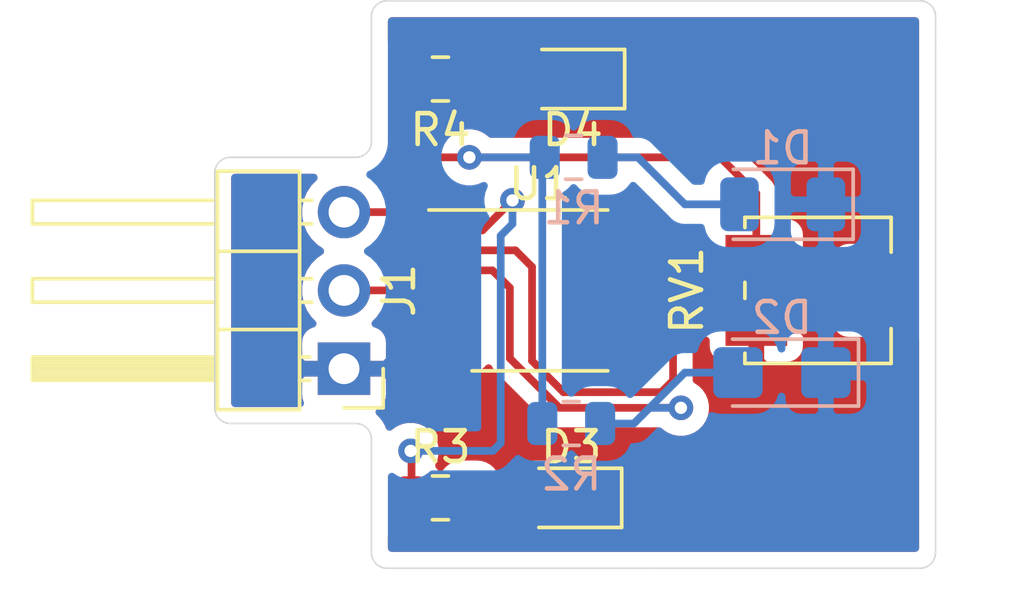
<source format=kicad_pcb>
(kicad_pcb (version 20171130) (host pcbnew "(5.1.6)-1")

  (general
    (thickness 1.6)
    (drawings 36)
    (tracks 56)
    (zones 0)
    (modules 11)
    (nets 9)
  )

  (page A4)
  (layers
    (0 F.Cu signal)
    (31 B.Cu signal)
    (32 B.Adhes user)
    (33 F.Adhes user)
    (34 B.Paste user)
    (35 F.Paste user)
    (36 B.SilkS user)
    (37 F.SilkS user)
    (38 B.Mask user)
    (39 F.Mask user)
    (40 Dwgs.User user hide)
    (41 Cmts.User user)
    (42 Eco1.User user)
    (43 Eco2.User user)
    (44 Edge.Cuts user)
    (45 Margin user)
    (46 B.CrtYd user)
    (47 F.CrtYd user)
    (48 B.Fab user)
    (49 F.Fab user)
  )

  (setup
    (last_trace_width 0.25)
    (trace_clearance 0.2)
    (zone_clearance 0.508)
    (zone_45_only no)
    (trace_min 0.2)
    (via_size 0.8)
    (via_drill 0.4)
    (via_min_size 0.4)
    (via_min_drill 0.3)
    (uvia_size 0.3)
    (uvia_drill 0.1)
    (uvias_allowed no)
    (uvia_min_size 0.2)
    (uvia_min_drill 0.1)
    (edge_width 0.05)
    (segment_width 0.2)
    (pcb_text_width 0.3)
    (pcb_text_size 1.5 1.5)
    (mod_edge_width 0.12)
    (mod_text_size 1 1)
    (mod_text_width 0.15)
    (pad_size 1.524 1.524)
    (pad_drill 0.762)
    (pad_to_mask_clearance 0.05)
    (aux_axis_origin 0 0)
    (visible_elements 7FFFFFFF)
    (pcbplotparams
      (layerselection 0x010fc_ffffffff)
      (usegerberextensions false)
      (usegerberattributes true)
      (usegerberadvancedattributes true)
      (creategerberjobfile true)
      (excludeedgelayer true)
      (linewidth 0.100000)
      (plotframeref false)
      (viasonmask false)
      (mode 1)
      (useauxorigin false)
      (hpglpennumber 1)
      (hpglpenspeed 20)
      (hpglpendiameter 15.000000)
      (psnegative false)
      (psa4output false)
      (plotreference true)
      (plotvalue true)
      (plotinvisibletext false)
      (padsonsilk false)
      (subtractmaskfromsilk false)
      (outputformat 1)
      (mirror false)
      (drillshape 1)
      (scaleselection 1)
      (outputdirectory ""))
  )

  (net 0 "")
  (net 1 GND)
  (net 2 "Net-(D1-Pad2)")
  (net 3 "Net-(D2-Pad2)")
  (net 4 "Net-(D3-Pad2)")
  (net 5 "Net-(D4-Pad2)")
  (net 6 /OUTPUT)
  (net 7 VCC)
  (net 8 "Net-(RV1-Pad2)")

  (net_class Default "This is the default net class."
    (clearance 0.2)
    (trace_width 0.25)
    (via_dia 0.8)
    (via_drill 0.4)
    (uvia_dia 0.3)
    (uvia_drill 0.1)
    (add_net /OUTPUT)
    (add_net GND)
    (add_net "Net-(D1-Pad2)")
    (add_net "Net-(D2-Pad2)")
    (add_net "Net-(D3-Pad2)")
    (add_net "Net-(D4-Pad2)")
    (add_net "Net-(RV1-Pad2)")
    (add_net VCC)
  )

  (module LED_SMD:LED_1206_3216Metric (layer B.Cu) (tedit 5B301BBE) (tstamp 5FFA915C)
    (at 134.363 77.597 180)
    (descr "LED SMD 1206 (3216 Metric), square (rectangular) end terminal, IPC_7351 nominal, (Body size source: http://www.tortai-tech.com/upload/download/2011102023233369053.pdf), generated with kicad-footprint-generator")
    (tags diode)
    (path /5FF3FBB9)
    (attr smd)
    (fp_text reference D1 (at 0 1.82) (layer B.SilkS)
      (effects (font (size 1 1) (thickness 0.15)) (justify mirror))
    )
    (fp_text value IR26-21C_L110_TR8 (at 0 -1.82) (layer B.Fab)
      (effects (font (size 1 1) (thickness 0.15)) (justify mirror))
    )
    (fp_line (start 1.6 0.8) (end -1.2 0.8) (layer B.Fab) (width 0.1))
    (fp_line (start -1.2 0.8) (end -1.6 0.4) (layer B.Fab) (width 0.1))
    (fp_line (start -1.6 0.4) (end -1.6 -0.8) (layer B.Fab) (width 0.1))
    (fp_line (start -1.6 -0.8) (end 1.6 -0.8) (layer B.Fab) (width 0.1))
    (fp_line (start 1.6 -0.8) (end 1.6 0.8) (layer B.Fab) (width 0.1))
    (fp_line (start 1.6 1.135) (end -2.285 1.135) (layer B.SilkS) (width 0.12))
    (fp_line (start -2.285 1.135) (end -2.285 -1.135) (layer B.SilkS) (width 0.12))
    (fp_line (start -2.285 -1.135) (end 1.6 -1.135) (layer B.SilkS) (width 0.12))
    (fp_line (start -2.28 -1.12) (end -2.28 1.12) (layer B.CrtYd) (width 0.05))
    (fp_line (start -2.28 1.12) (end 2.28 1.12) (layer B.CrtYd) (width 0.05))
    (fp_line (start 2.28 1.12) (end 2.28 -1.12) (layer B.CrtYd) (width 0.05))
    (fp_line (start 2.28 -1.12) (end -2.28 -1.12) (layer B.CrtYd) (width 0.05))
    (fp_text user %R (at 0 0) (layer B.Fab)
      (effects (font (size 0.8 0.8) (thickness 0.12)) (justify mirror))
    )
    (pad 1 smd roundrect (at -1.4 0 180) (size 1.25 1.75) (layers B.Cu B.Paste B.Mask) (roundrect_rratio 0.2)
      (net 1 GND))
    (pad 2 smd roundrect (at 1.4 0 180) (size 1.25 1.75) (layers B.Cu B.Paste B.Mask) (roundrect_rratio 0.2)
      (net 2 "Net-(D1-Pad2)"))
    (model ${KISYS3DMOD}/LED_SMD.3dshapes/LED_1206_3216Metric.wrl
      (at (xyz 0 0 0))
      (scale (xyz 1 1 1))
      (rotate (xyz 0 0 0))
    )
  )

  (module LED_SMD:LED_1206_3216Metric_Castellated (layer B.Cu) (tedit 5B301BBE) (tstamp 5FFA99A0)
    (at 134.338 83.058 180)
    (descr "LED SMD 1206 (3216 Metric), castellated end terminal, IPC_7351 nominal, (Body size source: http://www.tortai-tech.com/upload/download/2011102023233369053.pdf), generated with kicad-footprint-generator")
    (tags "LED castellated")
    (path /5FF3F560)
    (attr smd)
    (fp_text reference D2 (at 0 1.78) (layer B.SilkS)
      (effects (font (size 1 1) (thickness 0.15)) (justify mirror))
    )
    (fp_text value SFH2701 (at 0 -1.78) (layer B.Fab)
      (effects (font (size 1 1) (thickness 0.15)) (justify mirror))
    )
    (fp_line (start 1.6 0.8) (end -1.2 0.8) (layer B.Fab) (width 0.1))
    (fp_line (start -1.2 0.8) (end -1.6 0.4) (layer B.Fab) (width 0.1))
    (fp_line (start -1.6 0.4) (end -1.6 -0.8) (layer B.Fab) (width 0.1))
    (fp_line (start -1.6 -0.8) (end 1.6 -0.8) (layer B.Fab) (width 0.1))
    (fp_line (start 1.6 -0.8) (end 1.6 0.8) (layer B.Fab) (width 0.1))
    (fp_line (start 1.6 1.085) (end -2.485 1.085) (layer B.SilkS) (width 0.12))
    (fp_line (start -2.485 1.085) (end -2.485 -1.085) (layer B.SilkS) (width 0.12))
    (fp_line (start -2.485 -1.085) (end 1.6 -1.085) (layer B.SilkS) (width 0.12))
    (fp_line (start -2.48 -1.08) (end -2.48 1.08) (layer B.CrtYd) (width 0.05))
    (fp_line (start -2.48 1.08) (end 2.48 1.08) (layer B.CrtYd) (width 0.05))
    (fp_line (start 2.48 1.08) (end 2.48 -1.08) (layer B.CrtYd) (width 0.05))
    (fp_line (start 2.48 -1.08) (end -2.48 -1.08) (layer B.CrtYd) (width 0.05))
    (fp_text user %R (at 0 0) (layer B.Fab)
      (effects (font (size 0.8 0.8) (thickness 0.12)) (justify mirror))
    )
    (pad 1 smd roundrect (at -1.425 0 180) (size 1.6 1.65) (layers B.Cu B.Paste B.Mask) (roundrect_rratio 0.15625)
      (net 1 GND))
    (pad 2 smd roundrect (at 1.425 0 180) (size 1.6 1.65) (layers B.Cu B.Paste B.Mask) (roundrect_rratio 0.15625)
      (net 3 "Net-(D2-Pad2)"))
    (model ${KISYS3DMOD}/LED_SMD.3dshapes/LED_1206_3216Metric_Castellated.wrl
      (at (xyz 0 0 0))
      (scale (xyz 1 1 1))
      (rotate (xyz 0 0 0))
    )
  )

  (module LED_SMD:LED_0805_2012Metric (layer F.Cu) (tedit 5B36C52C) (tstamp 5FFA84BC)
    (at 127.4595 87.122 180)
    (descr "LED SMD 0805 (2012 Metric), square (rectangular) end terminal, IPC_7351 nominal, (Body size source: https://docs.google.com/spreadsheets/d/1BsfQQcO9C6DZCsRaXUlFlo91Tg2WpOkGARC1WS5S8t0/edit?usp=sharing), generated with kicad-footprint-generator")
    (tags diode)
    (path /5FF5A201)
    (attr smd)
    (fp_text reference D3 (at -0.0485 1.651) (layer F.SilkS)
      (effects (font (size 1 1) (thickness 0.15)))
    )
    (fp_text value LED (at -0.1755 -1.651) (layer F.Fab)
      (effects (font (size 1 1) (thickness 0.15)))
    )
    (fp_line (start 1.68 0.95) (end -1.68 0.95) (layer F.CrtYd) (width 0.05))
    (fp_line (start 1.68 -0.95) (end 1.68 0.95) (layer F.CrtYd) (width 0.05))
    (fp_line (start -1.68 -0.95) (end 1.68 -0.95) (layer F.CrtYd) (width 0.05))
    (fp_line (start -1.68 0.95) (end -1.68 -0.95) (layer F.CrtYd) (width 0.05))
    (fp_line (start -1.685 0.96) (end 1 0.96) (layer F.SilkS) (width 0.12))
    (fp_line (start -1.685 -0.96) (end -1.685 0.96) (layer F.SilkS) (width 0.12))
    (fp_line (start 1 -0.96) (end -1.685 -0.96) (layer F.SilkS) (width 0.12))
    (fp_line (start 1 0.6) (end 1 -0.6) (layer F.Fab) (width 0.1))
    (fp_line (start -1 0.6) (end 1 0.6) (layer F.Fab) (width 0.1))
    (fp_line (start -1 -0.3) (end -1 0.6) (layer F.Fab) (width 0.1))
    (fp_line (start -0.7 -0.6) (end -1 -0.3) (layer F.Fab) (width 0.1))
    (fp_line (start 1 -0.6) (end -0.7 -0.6) (layer F.Fab) (width 0.1))
    (fp_text user %R (at 0 0) (layer F.Fab)
      (effects (font (size 0.5 0.5) (thickness 0.08)))
    )
    (pad 2 smd roundrect (at 0.9375 0 180) (size 0.975 1.4) (layers F.Cu F.Paste F.Mask) (roundrect_rratio 0.25)
      (net 4 "Net-(D3-Pad2)"))
    (pad 1 smd roundrect (at -0.9375 0 180) (size 0.975 1.4) (layers F.Cu F.Paste F.Mask) (roundrect_rratio 0.25)
      (net 1 GND))
    (model ${KISYS3DMOD}/LED_SMD.3dshapes/LED_0805_2012Metric.wrl
      (at (xyz 0 0 0))
      (scale (xyz 1 1 1))
      (rotate (xyz 0 0 0))
    )
  )

  (module LED_SMD:LED_0805_2012Metric (layer F.Cu) (tedit 5B36C52C) (tstamp 5FFA84CF)
    (at 127.5565 73.533 180)
    (descr "LED SMD 0805 (2012 Metric), square (rectangular) end terminal, IPC_7351 nominal, (Body size source: https://docs.google.com/spreadsheets/d/1BsfQQcO9C6DZCsRaXUlFlo91Tg2WpOkGARC1WS5S8t0/edit?usp=sharing), generated with kicad-footprint-generator")
    (tags diode)
    (path /5FF3B6D8)
    (attr smd)
    (fp_text reference D4 (at 0 -1.65) (layer F.SilkS)
      (effects (font (size 1 1) (thickness 0.15)))
    )
    (fp_text value LED (at 0 1.65) (layer F.Fab)
      (effects (font (size 1 1) (thickness 0.15)))
    )
    (fp_line (start 1 -0.6) (end -0.7 -0.6) (layer F.Fab) (width 0.1))
    (fp_line (start -0.7 -0.6) (end -1 -0.3) (layer F.Fab) (width 0.1))
    (fp_line (start -1 -0.3) (end -1 0.6) (layer F.Fab) (width 0.1))
    (fp_line (start -1 0.6) (end 1 0.6) (layer F.Fab) (width 0.1))
    (fp_line (start 1 0.6) (end 1 -0.6) (layer F.Fab) (width 0.1))
    (fp_line (start 1 -0.96) (end -1.685 -0.96) (layer F.SilkS) (width 0.12))
    (fp_line (start -1.685 -0.96) (end -1.685 0.96) (layer F.SilkS) (width 0.12))
    (fp_line (start -1.685 0.96) (end 1 0.96) (layer F.SilkS) (width 0.12))
    (fp_line (start -1.68 0.95) (end -1.68 -0.95) (layer F.CrtYd) (width 0.05))
    (fp_line (start -1.68 -0.95) (end 1.68 -0.95) (layer F.CrtYd) (width 0.05))
    (fp_line (start 1.68 -0.95) (end 1.68 0.95) (layer F.CrtYd) (width 0.05))
    (fp_line (start 1.68 0.95) (end -1.68 0.95) (layer F.CrtYd) (width 0.05))
    (fp_text user %R (at 0 0) (layer F.Fab)
      (effects (font (size 0.5 0.5) (thickness 0.08)))
    )
    (pad 1 smd roundrect (at -0.9375 0 180) (size 0.975 1.4) (layers F.Cu F.Paste F.Mask) (roundrect_rratio 0.25)
      (net 1 GND))
    (pad 2 smd roundrect (at 0.9375 0 180) (size 0.975 1.4) (layers F.Cu F.Paste F.Mask) (roundrect_rratio 0.25)
      (net 5 "Net-(D4-Pad2)"))
    (model ${KISYS3DMOD}/LED_SMD.3dshapes/LED_0805_2012Metric.wrl
      (at (xyz 0 0 0))
      (scale (xyz 1 1 1))
      (rotate (xyz 0 0 0))
    )
  )

  (module Connector_PinHeader_2.54mm:PinHeader_1x03_P2.54mm_Horizontal locked (layer F.Cu) (tedit 59FED5CB) (tstamp 5FFA850F)
    (at 120.142 82.931 180)
    (descr "Through hole angled pin header, 1x03, 2.54mm pitch, 6mm pin length, single row")
    (tags "Through hole angled pin header THT 1x03 2.54mm single row")
    (path /5FF3E8C4)
    (fp_text reference J1 (at -1.778 2.54 90) (layer F.SilkS)
      (effects (font (size 1 1) (thickness 0.15)))
    )
    (fp_text value Conn_01x03_Male (at 4.385 7.35) (layer F.Fab)
      (effects (font (size 1 1) (thickness 0.15)))
    )
    (fp_line (start 2.135 -1.27) (end 4.04 -1.27) (layer F.Fab) (width 0.1))
    (fp_line (start 4.04 -1.27) (end 4.04 6.35) (layer F.Fab) (width 0.1))
    (fp_line (start 4.04 6.35) (end 1.5 6.35) (layer F.Fab) (width 0.1))
    (fp_line (start 1.5 6.35) (end 1.5 -0.635) (layer F.Fab) (width 0.1))
    (fp_line (start 1.5 -0.635) (end 2.135 -1.27) (layer F.Fab) (width 0.1))
    (fp_line (start -0.32 -0.32) (end 1.5 -0.32) (layer F.Fab) (width 0.1))
    (fp_line (start -0.32 -0.32) (end -0.32 0.32) (layer F.Fab) (width 0.1))
    (fp_line (start -0.32 0.32) (end 1.5 0.32) (layer F.Fab) (width 0.1))
    (fp_line (start 4.04 -0.32) (end 10.04 -0.32) (layer F.Fab) (width 0.1))
    (fp_line (start 10.04 -0.32) (end 10.04 0.32) (layer F.Fab) (width 0.1))
    (fp_line (start 4.04 0.32) (end 10.04 0.32) (layer F.Fab) (width 0.1))
    (fp_line (start -0.32 2.22) (end 1.5 2.22) (layer F.Fab) (width 0.1))
    (fp_line (start -0.32 2.22) (end -0.32 2.86) (layer F.Fab) (width 0.1))
    (fp_line (start -0.32 2.86) (end 1.5 2.86) (layer F.Fab) (width 0.1))
    (fp_line (start 4.04 2.22) (end 10.04 2.22) (layer F.Fab) (width 0.1))
    (fp_line (start 10.04 2.22) (end 10.04 2.86) (layer F.Fab) (width 0.1))
    (fp_line (start 4.04 2.86) (end 10.04 2.86) (layer F.Fab) (width 0.1))
    (fp_line (start -0.32 4.76) (end 1.5 4.76) (layer F.Fab) (width 0.1))
    (fp_line (start -0.32 4.76) (end -0.32 5.4) (layer F.Fab) (width 0.1))
    (fp_line (start -0.32 5.4) (end 1.5 5.4) (layer F.Fab) (width 0.1))
    (fp_line (start 4.04 4.76) (end 10.04 4.76) (layer F.Fab) (width 0.1))
    (fp_line (start 10.04 4.76) (end 10.04 5.4) (layer F.Fab) (width 0.1))
    (fp_line (start 4.04 5.4) (end 10.04 5.4) (layer F.Fab) (width 0.1))
    (fp_line (start 1.44 -1.33) (end 1.44 6.41) (layer F.SilkS) (width 0.12))
    (fp_line (start 1.44 6.41) (end 4.1 6.41) (layer F.SilkS) (width 0.12))
    (fp_line (start 4.1 6.41) (end 4.1 -1.33) (layer F.SilkS) (width 0.12))
    (fp_line (start 4.1 -1.33) (end 1.44 -1.33) (layer F.SilkS) (width 0.12))
    (fp_line (start 4.1 -0.38) (end 10.1 -0.38) (layer F.SilkS) (width 0.12))
    (fp_line (start 10.1 -0.38) (end 10.1 0.38) (layer F.SilkS) (width 0.12))
    (fp_line (start 10.1 0.38) (end 4.1 0.38) (layer F.SilkS) (width 0.12))
    (fp_line (start 4.1 -0.32) (end 10.1 -0.32) (layer F.SilkS) (width 0.12))
    (fp_line (start 4.1 -0.2) (end 10.1 -0.2) (layer F.SilkS) (width 0.12))
    (fp_line (start 4.1 -0.08) (end 10.1 -0.08) (layer F.SilkS) (width 0.12))
    (fp_line (start 4.1 0.04) (end 10.1 0.04) (layer F.SilkS) (width 0.12))
    (fp_line (start 4.1 0.16) (end 10.1 0.16) (layer F.SilkS) (width 0.12))
    (fp_line (start 4.1 0.28) (end 10.1 0.28) (layer F.SilkS) (width 0.12))
    (fp_line (start 1.11 -0.38) (end 1.44 -0.38) (layer F.SilkS) (width 0.12))
    (fp_line (start 1.11 0.38) (end 1.44 0.38) (layer F.SilkS) (width 0.12))
    (fp_line (start 1.44 1.27) (end 4.1 1.27) (layer F.SilkS) (width 0.12))
    (fp_line (start 4.1 2.16) (end 10.1 2.16) (layer F.SilkS) (width 0.12))
    (fp_line (start 10.1 2.16) (end 10.1 2.92) (layer F.SilkS) (width 0.12))
    (fp_line (start 10.1 2.92) (end 4.1 2.92) (layer F.SilkS) (width 0.12))
    (fp_line (start 1.042929 2.16) (end 1.44 2.16) (layer F.SilkS) (width 0.12))
    (fp_line (start 1.042929 2.92) (end 1.44 2.92) (layer F.SilkS) (width 0.12))
    (fp_line (start 1.44 3.81) (end 4.1 3.81) (layer F.SilkS) (width 0.12))
    (fp_line (start 4.1 4.7) (end 10.1 4.7) (layer F.SilkS) (width 0.12))
    (fp_line (start 10.1 4.7) (end 10.1 5.46) (layer F.SilkS) (width 0.12))
    (fp_line (start 10.1 5.46) (end 4.1 5.46) (layer F.SilkS) (width 0.12))
    (fp_line (start 1.042929 4.7) (end 1.44 4.7) (layer F.SilkS) (width 0.12))
    (fp_line (start 1.042929 5.46) (end 1.44 5.46) (layer F.SilkS) (width 0.12))
    (fp_line (start -1.27 0) (end -1.27 -1.27) (layer F.SilkS) (width 0.12))
    (fp_line (start -1.27 -1.27) (end 0 -1.27) (layer F.SilkS) (width 0.12))
    (fp_line (start -1.8 -1.8) (end -1.8 6.85) (layer F.CrtYd) (width 0.05))
    (fp_line (start -1.8 6.85) (end 10.55 6.85) (layer F.CrtYd) (width 0.05))
    (fp_line (start 10.55 6.85) (end 10.55 -1.8) (layer F.CrtYd) (width 0.05))
    (fp_line (start 10.55 -1.8) (end -1.8 -1.8) (layer F.CrtYd) (width 0.05))
    (fp_text user %R (at 2.77 2.54) (layer F.Fab)
      (effects (font (size 1 1) (thickness 0.15)))
    )
    (pad 1 thru_hole rect (at 0 0 180) (size 1.7 1.7) (drill 1) (layers *.Cu *.Mask)
      (net 1 GND))
    (pad 2 thru_hole oval (at 0 2.54 180) (size 1.7 1.7) (drill 1) (layers *.Cu *.Mask)
      (net 6 /OUTPUT))
    (pad 3 thru_hole oval (at 0 5.08 180) (size 1.7 1.7) (drill 1) (layers *.Cu *.Mask)
      (net 7 VCC))
    (model ${KISYS3DMOD}/Connector_PinHeader_2.54mm.3dshapes/PinHeader_1x03_P2.54mm_Horizontal.wrl
      (at (xyz 0 0 0))
      (scale (xyz 1 1 1))
      (rotate (xyz 0 0 0))
    )
  )

  (module Resistor_SMD:R_0805_2012Metric (layer B.Cu) (tedit 5B36C52B) (tstamp 5FFA8520)
    (at 127.5865 76.073)
    (descr "Resistor SMD 0805 (2012 Metric), square (rectangular) end terminal, IPC_7351 nominal, (Body size source: https://docs.google.com/spreadsheets/d/1BsfQQcO9C6DZCsRaXUlFlo91Tg2WpOkGARC1WS5S8t0/edit?usp=sharing), generated with kicad-footprint-generator")
    (tags resistor)
    (path /5FF3D0BB)
    (attr smd)
    (fp_text reference R1 (at 0 1.65) (layer B.SilkS)
      (effects (font (size 1 1) (thickness 0.15)) (justify mirror))
    )
    (fp_text value R (at 0 -1.65) (layer B.Fab)
      (effects (font (size 1 1) (thickness 0.15)) (justify mirror))
    )
    (fp_line (start -1 -0.6) (end -1 0.6) (layer B.Fab) (width 0.1))
    (fp_line (start -1 0.6) (end 1 0.6) (layer B.Fab) (width 0.1))
    (fp_line (start 1 0.6) (end 1 -0.6) (layer B.Fab) (width 0.1))
    (fp_line (start 1 -0.6) (end -1 -0.6) (layer B.Fab) (width 0.1))
    (fp_line (start -0.258578 0.71) (end 0.258578 0.71) (layer B.SilkS) (width 0.12))
    (fp_line (start -0.258578 -0.71) (end 0.258578 -0.71) (layer B.SilkS) (width 0.12))
    (fp_line (start -1.68 -0.95) (end -1.68 0.95) (layer B.CrtYd) (width 0.05))
    (fp_line (start -1.68 0.95) (end 1.68 0.95) (layer B.CrtYd) (width 0.05))
    (fp_line (start 1.68 0.95) (end 1.68 -0.95) (layer B.CrtYd) (width 0.05))
    (fp_line (start 1.68 -0.95) (end -1.68 -0.95) (layer B.CrtYd) (width 0.05))
    (fp_text user %R (at 0 0) (layer B.Fab)
      (effects (font (size 0.5 0.5) (thickness 0.08)) (justify mirror))
    )
    (pad 1 smd roundrect (at -0.9375 0) (size 0.975 1.4) (layers B.Cu B.Paste B.Mask) (roundrect_rratio 0.25)
      (net 7 VCC))
    (pad 2 smd roundrect (at 0.9375 0) (size 0.975 1.4) (layers B.Cu B.Paste B.Mask) (roundrect_rratio 0.25)
      (net 2 "Net-(D1-Pad2)"))
    (model ${KISYS3DMOD}/Resistor_SMD.3dshapes/R_0805_2012Metric.wrl
      (at (xyz 0 0 0))
      (scale (xyz 1 1 1))
      (rotate (xyz 0 0 0))
    )
  )

  (module Resistor_SMD:R_0805_2012Metric (layer B.Cu) (tedit 5B36C52B) (tstamp 5FFA8E9A)
    (at 127.508 84.709)
    (descr "Resistor SMD 0805 (2012 Metric), square (rectangular) end terminal, IPC_7351 nominal, (Body size source: https://docs.google.com/spreadsheets/d/1BsfQQcO9C6DZCsRaXUlFlo91Tg2WpOkGARC1WS5S8t0/edit?usp=sharing), generated with kicad-footprint-generator")
    (tags resistor)
    (path /5FF3C254)
    (attr smd)
    (fp_text reference R2 (at 0 1.65) (layer B.SilkS)
      (effects (font (size 1 1) (thickness 0.15)) (justify mirror))
    )
    (fp_text value R (at 0 -1.65) (layer B.Fab)
      (effects (font (size 1 1) (thickness 0.15)) (justify mirror))
    )
    (fp_line (start -1 -0.6) (end -1 0.6) (layer B.Fab) (width 0.1))
    (fp_line (start -1 0.6) (end 1 0.6) (layer B.Fab) (width 0.1))
    (fp_line (start 1 0.6) (end 1 -0.6) (layer B.Fab) (width 0.1))
    (fp_line (start 1 -0.6) (end -1 -0.6) (layer B.Fab) (width 0.1))
    (fp_line (start -0.258578 0.71) (end 0.258578 0.71) (layer B.SilkS) (width 0.12))
    (fp_line (start -0.258578 -0.71) (end 0.258578 -0.71) (layer B.SilkS) (width 0.12))
    (fp_line (start -1.68 -0.95) (end -1.68 0.95) (layer B.CrtYd) (width 0.05))
    (fp_line (start -1.68 0.95) (end 1.68 0.95) (layer B.CrtYd) (width 0.05))
    (fp_line (start 1.68 0.95) (end 1.68 -0.95) (layer B.CrtYd) (width 0.05))
    (fp_line (start 1.68 -0.95) (end -1.68 -0.95) (layer B.CrtYd) (width 0.05))
    (fp_text user %R (at 0 0) (layer B.Fab)
      (effects (font (size 0.5 0.5) (thickness 0.08)) (justify mirror))
    )
    (pad 1 smd roundrect (at -0.9375 0) (size 0.975 1.4) (layers B.Cu B.Paste B.Mask) (roundrect_rratio 0.25)
      (net 7 VCC))
    (pad 2 smd roundrect (at 0.9375 0) (size 0.975 1.4) (layers B.Cu B.Paste B.Mask) (roundrect_rratio 0.25)
      (net 3 "Net-(D2-Pad2)"))
    (model ${KISYS3DMOD}/Resistor_SMD.3dshapes/R_0805_2012Metric.wrl
      (at (xyz 0 0 0))
      (scale (xyz 1 1 1))
      (rotate (xyz 0 0 0))
    )
  )

  (module Resistor_SMD:R_0805_2012Metric (layer F.Cu) (tedit 5B36C52B) (tstamp 5FFA9379)
    (at 123.2685 87.122)
    (descr "Resistor SMD 0805 (2012 Metric), square (rectangular) end terminal, IPC_7351 nominal, (Body size source: https://docs.google.com/spreadsheets/d/1BsfQQcO9C6DZCsRaXUlFlo91Tg2WpOkGARC1WS5S8t0/edit?usp=sharing), generated with kicad-footprint-generator")
    (tags resistor)
    (path /5FF5A207)
    (attr smd)
    (fp_text reference R3 (at 0 -1.65) (layer F.SilkS)
      (effects (font (size 1 1) (thickness 0.15)))
    )
    (fp_text value R (at 0 1.65) (layer F.Fab)
      (effects (font (size 1 1) (thickness 0.15)))
    )
    (fp_line (start 1.68 0.95) (end -1.68 0.95) (layer F.CrtYd) (width 0.05))
    (fp_line (start 1.68 -0.95) (end 1.68 0.95) (layer F.CrtYd) (width 0.05))
    (fp_line (start -1.68 -0.95) (end 1.68 -0.95) (layer F.CrtYd) (width 0.05))
    (fp_line (start -1.68 0.95) (end -1.68 -0.95) (layer F.CrtYd) (width 0.05))
    (fp_line (start -0.258578 0.71) (end 0.258578 0.71) (layer F.SilkS) (width 0.12))
    (fp_line (start -0.258578 -0.71) (end 0.258578 -0.71) (layer F.SilkS) (width 0.12))
    (fp_line (start 1 0.6) (end -1 0.6) (layer F.Fab) (width 0.1))
    (fp_line (start 1 -0.6) (end 1 0.6) (layer F.Fab) (width 0.1))
    (fp_line (start -1 -0.6) (end 1 -0.6) (layer F.Fab) (width 0.1))
    (fp_line (start -1 0.6) (end -1 -0.6) (layer F.Fab) (width 0.1))
    (fp_text user %R (at 0 0) (layer F.Fab)
      (effects (font (size 0.5 0.5) (thickness 0.08)))
    )
    (pad 2 smd roundrect (at 0.9375 0) (size 0.975 1.4) (layers F.Cu F.Paste F.Mask) (roundrect_rratio 0.25)
      (net 4 "Net-(D3-Pad2)"))
    (pad 1 smd roundrect (at -0.9375 0) (size 0.975 1.4) (layers F.Cu F.Paste F.Mask) (roundrect_rratio 0.25)
      (net 6 /OUTPUT))
    (model ${KISYS3DMOD}/Resistor_SMD.3dshapes/R_0805_2012Metric.wrl
      (at (xyz 0 0 0))
      (scale (xyz 1 1 1))
      (rotate (xyz 0 0 0))
    )
  )

  (module Resistor_SMD:R_0805_2012Metric locked (layer F.Cu) (tedit 5B36C52B) (tstamp 5FFA8553)
    (at 123.2685 73.533)
    (descr "Resistor SMD 0805 (2012 Metric), square (rectangular) end terminal, IPC_7351 nominal, (Body size source: https://docs.google.com/spreadsheets/d/1BsfQQcO9C6DZCsRaXUlFlo91Tg2WpOkGARC1WS5S8t0/edit?usp=sharing), generated with kicad-footprint-generator")
    (tags resistor)
    (path /5FF3C8E0)
    (attr smd)
    (fp_text reference R4 (at 0 1.651) (layer F.SilkS)
      (effects (font (size 1 1) (thickness 0.15)))
    )
    (fp_text value R (at 0 -1.651) (layer F.Fab)
      (effects (font (size 1 1) (thickness 0.15)))
    )
    (fp_line (start 1.68 0.95) (end -1.68 0.95) (layer F.CrtYd) (width 0.05))
    (fp_line (start 1.68 -0.95) (end 1.68 0.95) (layer F.CrtYd) (width 0.05))
    (fp_line (start -1.68 -0.95) (end 1.68 -0.95) (layer F.CrtYd) (width 0.05))
    (fp_line (start -1.68 0.95) (end -1.68 -0.95) (layer F.CrtYd) (width 0.05))
    (fp_line (start -0.258578 0.71) (end 0.258578 0.71) (layer F.SilkS) (width 0.12))
    (fp_line (start -0.258578 -0.71) (end 0.258578 -0.71) (layer F.SilkS) (width 0.12))
    (fp_line (start 1 0.6) (end -1 0.6) (layer F.Fab) (width 0.1))
    (fp_line (start 1 -0.6) (end 1 0.6) (layer F.Fab) (width 0.1))
    (fp_line (start -1 -0.6) (end 1 -0.6) (layer F.Fab) (width 0.1))
    (fp_line (start -1 0.6) (end -1 -0.6) (layer F.Fab) (width 0.1))
    (fp_text user %R (at 0 0) (layer F.Fab)
      (effects (font (size 0.5 0.5) (thickness 0.08)))
    )
    (pad 2 smd roundrect (at 0.9375 0) (size 0.975 1.4) (layers F.Cu F.Paste F.Mask) (roundrect_rratio 0.25)
      (net 5 "Net-(D4-Pad2)"))
    (pad 1 smd roundrect (at -0.9375 0) (size 0.975 1.4) (layers F.Cu F.Paste F.Mask) (roundrect_rratio 0.25)
      (net 7 VCC))
    (model ${KISYS3DMOD}/Resistor_SMD.3dshapes/R_0805_2012Metric.wrl
      (at (xyz 0 0 0))
      (scale (xyz 1 1 1))
      (rotate (xyz 0 0 0))
    )
  )

  (module Potentiometer_SMD:Potentiometer_Bourns_3314J_Vertical locked (layer F.Cu) (tedit 5A81E1D7) (tstamp 5FFA856D)
    (at 135.509 80.391 90)
    (descr "Potentiometer, vertical, Bourns 3314J, http://www.bourns.com/docs/Product-Datasheets/3314.pdf")
    (tags "Potentiometer vertical Bourns 3314J")
    (path /5FF3E286)
    (attr smd)
    (fp_text reference RV1 (at 0 -4.25 90) (layer F.SilkS)
      (effects (font (size 1 1) (thickness 0.15)))
    )
    (fp_text value R_POT (at 0 4.25 90) (layer F.Fab)
      (effects (font (size 1 1) (thickness 0.15)))
    )
    (fp_circle (center 0 0) (end 1 0) (layer F.Fab) (width 0.1))
    (fp_line (start -2.25 -2.25) (end -2.25 2.25) (layer F.Fab) (width 0.1))
    (fp_line (start -2.25 2.25) (end 2.25 2.25) (layer F.Fab) (width 0.1))
    (fp_line (start 2.25 2.25) (end 2.25 -2.25) (layer F.Fab) (width 0.1))
    (fp_line (start 2.25 -2.25) (end -2.25 -2.25) (layer F.Fab) (width 0.1))
    (fp_line (start 0 0.99) (end 0.001 -0.989) (layer F.Fab) (width 0.1))
    (fp_line (start 0 0.99) (end 0.001 -0.989) (layer F.Fab) (width 0.1))
    (fp_line (start 2.04 -2.37) (end 2.37 -2.37) (layer F.SilkS) (width 0.12))
    (fp_line (start -2.37 -2.37) (end -2.039 -2.37) (layer F.SilkS) (width 0.12))
    (fp_line (start -0.259 -2.37) (end 0.26 -2.37) (layer F.SilkS) (width 0.12))
    (fp_line (start -2.37 2.37) (end -1.24 2.37) (layer F.SilkS) (width 0.12))
    (fp_line (start 1.24 2.37) (end 2.37 2.37) (layer F.SilkS) (width 0.12))
    (fp_line (start -2.37 -2.37) (end -2.37 2.37) (layer F.SilkS) (width 0.12))
    (fp_line (start 2.37 -2.37) (end 2.37 2.37) (layer F.SilkS) (width 0.12))
    (fp_line (start -2.5 -3.25) (end -2.5 3.25) (layer F.CrtYd) (width 0.05))
    (fp_line (start -2.5 3.25) (end 2.5 3.25) (layer F.CrtYd) (width 0.05))
    (fp_line (start 2.5 3.25) (end 2.5 -3.25) (layer F.CrtYd) (width 0.05))
    (fp_line (start 2.5 -3.25) (end -2.5 -3.25) (layer F.CrtYd) (width 0.05))
    (fp_text user %R (at 0 -1.7 90) (layer F.Fab)
      (effects (font (size 0.63 0.63) (thickness 0.15)))
    )
    (pad 1 smd rect (at 1.15 -2 90) (size 1.3 2) (layers F.Cu F.Paste F.Mask)
      (net 7 VCC))
    (pad 2 smd rect (at 0 2 90) (size 2 2) (layers F.Cu F.Paste F.Mask)
      (net 8 "Net-(RV1-Pad2)"))
    (pad 3 smd rect (at -1.15 -2 90) (size 1.3 2) (layers F.Cu F.Paste F.Mask)
      (net 1 GND))
    (model ${KISYS3DMOD}/Potentiometer_SMD.3dshapes/Potentiometer_Bourns_3314J_Vertical.wrl
      (at (xyz 0 0 0))
      (scale (xyz 1 1 1))
      (rotate (xyz 0 0 0))
    )
  )

  (module Package_SO:TSSOP-14_4.4x5mm_P0.65mm locked (layer F.Cu) (tedit 5E476F32) (tstamp 5FFA96B2)
    (at 126.492 80.391)
    (descr "TSSOP, 14 Pin (JEDEC MO-153 Var AB-1 https://www.jedec.org/document_search?search_api_views_fulltext=MO-153), generated with kicad-footprint-generator ipc_gullwing_generator.py")
    (tags "TSSOP SO")
    (path /5FF3D6AB)
    (attr smd)
    (fp_text reference U1 (at 0 -3.45) (layer F.SilkS)
      (effects (font (size 1 1) (thickness 0.15)))
    )
    (fp_text value LM324 (at 0 3.45) (layer F.Fab)
      (effects (font (size 1 1) (thickness 0.15)))
    )
    (fp_line (start 0 2.61) (end 2.2 2.61) (layer F.SilkS) (width 0.12))
    (fp_line (start 0 2.61) (end -2.2 2.61) (layer F.SilkS) (width 0.12))
    (fp_line (start 0 -2.61) (end 2.2 -2.61) (layer F.SilkS) (width 0.12))
    (fp_line (start 0 -2.61) (end -3.6 -2.61) (layer F.SilkS) (width 0.12))
    (fp_line (start -1.2 -2.5) (end 2.2 -2.5) (layer F.Fab) (width 0.1))
    (fp_line (start 2.2 -2.5) (end 2.2 2.5) (layer F.Fab) (width 0.1))
    (fp_line (start 2.2 2.5) (end -2.2 2.5) (layer F.Fab) (width 0.1))
    (fp_line (start -2.2 2.5) (end -2.2 -1.5) (layer F.Fab) (width 0.1))
    (fp_line (start -2.2 -1.5) (end -1.2 -2.5) (layer F.Fab) (width 0.1))
    (fp_line (start -3.85 -2.75) (end -3.85 2.75) (layer F.CrtYd) (width 0.05))
    (fp_line (start -3.85 2.75) (end 3.85 2.75) (layer F.CrtYd) (width 0.05))
    (fp_line (start 3.85 2.75) (end 3.85 -2.75) (layer F.CrtYd) (width 0.05))
    (fp_line (start 3.85 -2.75) (end -3.85 -2.75) (layer F.CrtYd) (width 0.05))
    (fp_text user %R (at 0 0) (layer F.Fab)
      (effects (font (size 1 1) (thickness 0.15)))
    )
    (pad 1 smd roundrect (at -2.8625 -1.95) (size 1.475 0.4) (layers F.Cu F.Paste F.Mask) (roundrect_rratio 0.25)
      (net 6 /OUTPUT))
    (pad 2 smd roundrect (at -2.8625 -1.3) (size 1.475 0.4) (layers F.Cu F.Paste F.Mask) (roundrect_rratio 0.25)
      (net 8 "Net-(RV1-Pad2)"))
    (pad 3 smd roundrect (at -2.8625 -0.65) (size 1.475 0.4) (layers F.Cu F.Paste F.Mask) (roundrect_rratio 0.25)
      (net 3 "Net-(D2-Pad2)"))
    (pad 4 smd roundrect (at -2.8625 0) (size 1.475 0.4) (layers F.Cu F.Paste F.Mask) (roundrect_rratio 0.25))
    (pad 5 smd roundrect (at -2.8625 0.65) (size 1.475 0.4) (layers F.Cu F.Paste F.Mask) (roundrect_rratio 0.25))
    (pad 6 smd roundrect (at -2.8625 1.3) (size 1.475 0.4) (layers F.Cu F.Paste F.Mask) (roundrect_rratio 0.25))
    (pad 7 smd roundrect (at -2.8625 1.95) (size 1.475 0.4) (layers F.Cu F.Paste F.Mask) (roundrect_rratio 0.25))
    (pad 8 smd roundrect (at 2.8625 1.95) (size 1.475 0.4) (layers F.Cu F.Paste F.Mask) (roundrect_rratio 0.25))
    (pad 9 smd roundrect (at 2.8625 1.3) (size 1.475 0.4) (layers F.Cu F.Paste F.Mask) (roundrect_rratio 0.25))
    (pad 10 smd roundrect (at 2.8625 0.65) (size 1.475 0.4) (layers F.Cu F.Paste F.Mask) (roundrect_rratio 0.25))
    (pad 11 smd roundrect (at 2.8625 0) (size 1.475 0.4) (layers F.Cu F.Paste F.Mask) (roundrect_rratio 0.25))
    (pad 12 smd roundrect (at 2.8625 -0.65) (size 1.475 0.4) (layers F.Cu F.Paste F.Mask) (roundrect_rratio 0.25))
    (pad 13 smd roundrect (at 2.8625 -1.3) (size 1.475 0.4) (layers F.Cu F.Paste F.Mask) (roundrect_rratio 0.25))
    (pad 14 smd roundrect (at 2.8625 -1.95) (size 1.475 0.4) (layers F.Cu F.Paste F.Mask) (roundrect_rratio 0.25))
    (model ${KISYS3DMOD}/Package_SO.3dshapes/TSSOP-14_4.4x5mm_P0.65mm.wrl
      (at (xyz 0 0 0))
      (scale (xyz 1 1 1))
      (rotate (xyz 0 0 0))
    )
  )

  (gr_line (start 131.191 83.058) (end 131.191 77.597) (layer Dwgs.User) (width 0.15))
  (gr_arc (start 138.811 71.501) (end 139.319 71.501) (angle -90) (layer Edge.Cuts) (width 0.05) (tstamp 5FFBDE40))
  (gr_arc (start 138.811 88.9) (end 138.811 89.408) (angle -90) (layer Edge.Cuts) (width 0.05) (tstamp 5FFBDE40))
  (gr_arc (start 121.539 88.9) (end 121.031 88.9) (angle -90) (layer Edge.Cuts) (width 0.05) (tstamp 5FFBDE40))
  (gr_arc (start 120.523 85.217) (end 121.031 85.217) (angle -90) (layer Edge.Cuts) (width 0.05) (tstamp 5FFBDE40))
  (gr_arc (start 116.459 84.201) (end 115.951 84.201) (angle -90) (layer Edge.Cuts) (width 0.05) (tstamp 5FFBDE40))
  (gr_arc (start 116.459 76.581) (end 116.459 76.073) (angle -90) (layer Edge.Cuts) (width 0.05) (tstamp 5FFBDE40))
  (gr_arc (start 120.523 75.565) (end 120.523 76.073) (angle -90) (layer Edge.Cuts) (width 0.05) (tstamp 5FFBDE40))
  (gr_arc (start 121.539 71.501) (end 121.539 70.993) (angle -90) (layer Edge.Cuts) (width 0.05))
  (gr_line (start 121.031 76.073) (end 121.031 84.709) (layer Dwgs.User) (width 0.15))
  (gr_line (start 139.319 72.517) (end 139.319 71.501) (layer Edge.Cuts) (width 0.05) (tstamp 5FFBC9B2))
  (gr_line (start 121.031 72.517) (end 121.031 71.501) (layer Edge.Cuts) (width 0.05) (tstamp 5FFBC9B1))
  (gr_line (start 139.319 88.9) (end 139.319 88.9) (layer Edge.Cuts) (width 0.05) (tstamp 5FFBC9A9))
  (gr_line (start 121.031 88.9) (end 121.031 88.9) (layer Edge.Cuts) (width 0.05) (tstamp 5FFBC9A8))
  (gr_line (start 120.523 84.709) (end 116.459 84.709) (layer Edge.Cuts) (width 0.05))
  (gr_line (start 115.951 76.581) (end 115.951 84.201) (layer Edge.Cuts) (width 0.05))
  (gr_line (start 120.523 76.073) (end 116.459 76.073) (layer Edge.Cuts) (width 0.05) (tstamp 5FFBC78D))
  (gr_line (start 121.031 72.517) (end 121.031 75.565) (layer Edge.Cuts) (width 0.05))
  (gr_line (start 130.175 70.993) (end 121.539 70.993) (layer Edge.Cuts) (width 0.05))
  (gr_line (start 139.319 76.073) (end 139.319 72.517) (layer Edge.Cuts) (width 0.05))
  (gr_line (start 138.811 70.993) (end 130.175 70.993) (layer Edge.Cuts) (width 0.05))
  (gr_line (start 139.319 84.709) (end 139.319 76.073) (layer Edge.Cuts) (width 0.05))
  (gr_line (start 130.048 89.408) (end 138.811 89.408) (layer Edge.Cuts) (width 0.05))
  (gr_line (start 139.319 88.9) (end 139.319 84.709) (layer Edge.Cuts) (width 0.05))
  (gr_line (start 121.539 89.408) (end 130.048 89.408) (layer Edge.Cuts) (width 0.05))
  (gr_line (start 121.031 85.217) (end 121.031 88.9) (layer Edge.Cuts) (width 0.05))
  (gr_line (start 134.366 77.597) (end 134.366 83.058) (layer Dwgs.User) (width 0.15))
  (gr_line (start 137.287 84.709) (end 137.287 84.582) (layer Dwgs.User) (width 0.15) (tstamp 5FFA98CB))
  (gr_line (start 121.92 84.709) (end 137.287 84.709) (layer Dwgs.User) (width 0.15))
  (gr_line (start 137.287 76.073) (end 137.287 84.582) (layer Dwgs.User) (width 0.15))
  (gr_line (start 122.047 76.073) (end 137.287 76.073) (layer Dwgs.User) (width 0.15))
  (gr_line (start 127.508 87.122) (end 123.317 87.122) (layer Dwgs.User) (width 0.15) (tstamp 5FFA97AF))
  (gr_line (start 127.635 73.533) (end 127.508 87.122) (layer Dwgs.User) (width 0.15))
  (gr_line (start 123.317 73.533) (end 127.635 73.533) (layer Dwgs.User) (width 0.15))
  (gr_line (start 123.317 87.122) (end 123.317 73.533) (layer Dwgs.User) (width 0.15))
  (gr_line (start 112.903 80.391) (end 136.271 80.391) (layer Dwgs.User) (width 0.15))

  (segment (start 131.953 73.533) (end 132.08 73.66) (width 0.25) (layer F.Cu) (net 1))
  (segment (start 129.667 76.073) (end 128.524 76.073) (width 0.25) (layer B.Cu) (net 2))
  (segment (start 131.191 77.597) (end 129.667 76.073) (width 0.25) (layer B.Cu) (net 2))
  (segment (start 132.963 77.597) (end 131.191 77.597) (width 0.25) (layer B.Cu) (net 2))
  (segment (start 128.397 84.709) (end 129.54 84.709) (width 0.25) (layer B.Cu) (net 3))
  (segment (start 131.191 83.058) (end 132.913 83.058) (width 0.25) (layer B.Cu) (net 3))
  (via (at 131.064 84.201) (size 0.8) (drill 0.4) (layers F.Cu B.Cu) (net 3))
  (segment (start 131.064 84.201) (end 130.048 84.201) (width 0.25) (layer B.Cu) (net 3))
  (segment (start 129.54 84.709) (end 130.048 84.201) (width 0.25) (layer B.Cu) (net 3))
  (segment (start 130.048 84.201) (end 131.191 83.058) (width 0.25) (layer B.Cu) (net 3))
  (segment (start 125.51899 80.30699) (end 124.953 79.741) (width 0.25) (layer F.Cu) (net 3) (tstamp 5FFBE5EA))
  (segment (start 124.953 79.741) (end 123.6295 79.741) (width 0.25) (layer F.Cu) (net 3))
  (segment (start 125.51899 82.5944) (end 125.51899 80.30699) (width 0.25) (layer F.Cu) (net 3))
  (segment (start 127.12559 84.201) (end 125.51899 82.5944) (width 0.25) (layer F.Cu) (net 3))
  (segment (start 131.064 84.201) (end 127.12559 84.201) (width 0.25) (layer F.Cu) (net 3))
  (segment (start 124.206 87.122) (end 126.522 87.122) (width 0.25) (layer F.Cu) (net 4))
  (segment (start 124.206 73.533) (end 126.619 73.533) (width 0.25) (layer F.Cu) (net 5))
  (segment (start 122.892 78.441) (end 122.174 79.159) (width 0.25) (layer F.Cu) (net 6))
  (segment (start 123.6295 78.441) (end 122.892 78.441) (width 0.25) (layer F.Cu) (net 6))
  (segment (start 122.174 79.159) (end 122.174 79.756) (width 0.25) (layer F.Cu) (net 6))
  (segment (start 121.539 80.391) (end 120.142 80.391) (width 0.25) (layer F.Cu) (net 6))
  (segment (start 122.174 79.756) (end 121.539 80.391) (width 0.25) (layer F.Cu) (net 6))
  (via (at 122.301 85.598) (size 0.8) (drill 0.4) (layers F.Cu B.Cu) (net 6))
  (segment (start 122.331 87.122) (end 122.331 85.628) (width 0.25) (layer F.Cu) (net 6))
  (segment (start 122.331 85.628) (end 122.301 85.598) (width 0.25) (layer F.Cu) (net 6))
  (via (at 125.603 77.47) (size 0.8) (drill 0.4) (layers F.Cu B.Cu) (net 6) (tstamp 5FFBE8EE))
  (segment (start 124.968 85.598) (end 122.301 85.598) (width 0.25) (layer B.Cu) (net 6))
  (segment (start 125.222 85.344) (end 124.968 85.598) (width 0.25) (layer B.Cu) (net 6))
  (segment (start 124.632 78.441) (end 125.603 77.47) (width 0.25) (layer F.Cu) (net 6))
  (segment (start 123.6295 78.441) (end 124.632 78.441) (width 0.25) (layer F.Cu) (net 6))
  (segment (start 125.603 78.232) (end 125.222 78.613) (width 0.25) (layer B.Cu) (net 6))
  (segment (start 125.603 77.47) (end 125.603 78.232) (width 0.25) (layer B.Cu) (net 6))
  (segment (start 125.222 78.613) (end 125.222 85.344) (width 0.25) (layer B.Cu) (net 6))
  (segment (start 121.793 77.851) (end 120.142 77.851) (width 0.25) (layer F.Cu) (net 7))
  (segment (start 122.331 77.313) (end 121.793 77.851) (width 0.25) (layer F.Cu) (net 7))
  (via (at 124.206 76.073) (size 0.8) (drill 0.4) (layers F.Cu B.Cu) (net 7))
  (segment (start 126.649 76.073) (end 124.206 76.073) (width 0.25) (layer B.Cu) (net 7))
  (segment (start 122.682 76.073) (end 122.331 76.424) (width 0.25) (layer F.Cu) (net 7))
  (segment (start 124.206 76.073) (end 122.682 76.073) (width 0.25) (layer F.Cu) (net 7))
  (segment (start 122.331 73.533) (end 122.331 76.424) (width 0.25) (layer F.Cu) (net 7))
  (segment (start 122.331 76.424) (end 122.331 77.313) (width 0.25) (layer F.Cu) (net 7))
  (segment (start 126.649 84.582) (end 126.522 84.709) (width 0.25) (layer B.Cu) (net 7))
  (segment (start 133.509 79.241) (end 133.509 77.248) (width 0.25) (layer F.Cu) (net 7))
  (segment (start 132.334 76.073) (end 124.206 76.073) (width 0.25) (layer F.Cu) (net 7))
  (segment (start 133.509 77.248) (end 132.334 76.073) (width 0.25) (layer F.Cu) (net 7))
  (segment (start 126.5705 76.1515) (end 126.649 76.073) (width 0.25) (layer B.Cu) (net 7))
  (segment (start 126.5705 84.709) (end 126.5705 76.1515) (width 0.25) (layer B.Cu) (net 7))
  (segment (start 132.423998 80.391) (end 130.81 82.004998) (width 0.25) (layer F.Cu) (net 8))
  (segment (start 137.509 80.391) (end 132.423998 80.391) (width 0.25) (layer F.Cu) (net 8))
  (segment (start 130.81 82.004998) (end 130.81 83.312) (width 0.25) (layer F.Cu) (net 8))
  (segment (start 130.81 83.312) (end 130.429 83.693) (width 0.25) (layer F.Cu) (net 8))
  (segment (start 130.429 83.693) (end 127.254 83.693) (width 0.25) (layer F.Cu) (net 8))
  (segment (start 127.254 83.693) (end 126.238 82.677) (width 0.25) (layer F.Cu) (net 8))
  (segment (start 126.238 82.677) (end 126.238 79.629) (width 0.25) (layer F.Cu) (net 8))
  (segment (start 125.7 79.091) (end 123.6295 79.091) (width 0.25) (layer F.Cu) (net 8))
  (segment (start 126.238 79.629) (end 125.7 79.091) (width 0.25) (layer F.Cu) (net 8))

  (zone (net 1) (net_name GND) (layer B.Cu) (tstamp 5FFBE7AC) (hatch edge 0.508)
    (connect_pads (clearance 0.508))
    (min_thickness 0.254)
    (fill yes (arc_segments 32) (thermal_gap 0.508) (thermal_bridge_width 0.508))
    (polygon
      (pts
        (xy 139.7 90.17) (xy 115.57 90.17) (xy 115.57 71.12) (xy 139.7 71.12)
      )
    )
    (filled_polygon
      (pts
        (xy 138.659 72.549418) (xy 138.659001 72.549428) (xy 138.659 76.105418) (xy 138.659001 76.105428) (xy 138.659 84.741418)
        (xy 138.659001 84.741428) (xy 138.659 88.748) (xy 121.691 88.748) (xy 121.691 86.435195) (xy 121.810744 86.515205)
        (xy 121.999102 86.593226) (xy 122.199061 86.633) (xy 122.402939 86.633) (xy 122.602898 86.593226) (xy 122.791256 86.515205)
        (xy 122.960774 86.401937) (xy 123.004711 86.358) (xy 124.930678 86.358) (xy 124.968 86.361676) (xy 125.005322 86.358)
        (xy 125.005333 86.358) (xy 125.116986 86.347003) (xy 125.260247 86.303546) (xy 125.392276 86.232974) (xy 125.508001 86.138001)
        (xy 125.531804 86.108997) (xy 125.732997 85.907804) (xy 125.762001 85.884001) (xy 125.785029 85.855941) (xy 125.836836 85.898458)
        (xy 125.989291 85.979947) (xy 126.154715 86.030128) (xy 126.32675 86.047072) (xy 126.81425 86.047072) (xy 126.986285 86.030128)
        (xy 127.151709 85.979947) (xy 127.304164 85.898458) (xy 127.437792 85.788792) (xy 127.508 85.703244) (xy 127.578208 85.788792)
        (xy 127.711836 85.898458) (xy 127.864291 85.979947) (xy 128.029715 86.030128) (xy 128.20175 86.047072) (xy 128.68925 86.047072)
        (xy 128.861285 86.030128) (xy 129.026709 85.979947) (xy 129.179164 85.898458) (xy 129.312792 85.788792) (xy 129.422458 85.655164)
        (xy 129.503947 85.502709) (xy 129.513839 85.470099) (xy 129.54 85.472676) (xy 129.577322 85.469) (xy 129.577333 85.469)
        (xy 129.688986 85.458003) (xy 129.832247 85.414546) (xy 129.964276 85.343974) (xy 130.080001 85.249001) (xy 130.103803 85.219998)
        (xy 130.361545 84.962256) (xy 130.404226 85.004937) (xy 130.573744 85.118205) (xy 130.762102 85.196226) (xy 130.962061 85.236)
        (xy 131.165939 85.236) (xy 131.365898 85.196226) (xy 131.554256 85.118205) (xy 131.723774 85.004937) (xy 131.867937 84.860774)
        (xy 131.981205 84.691256) (xy 132.059226 84.502898) (xy 132.066445 84.466605) (xy 132.189746 84.504008) (xy 132.363 84.521072)
        (xy 133.463 84.521072) (xy 133.636254 84.504008) (xy 133.80285 84.453472) (xy 133.956386 84.371405) (xy 134.090962 84.260962)
        (xy 134.201405 84.126386) (xy 134.283472 83.97285) (xy 134.3252 83.835291) (xy 134.324928 83.883) (xy 134.337188 84.007482)
        (xy 134.373498 84.12718) (xy 134.432463 84.237494) (xy 134.511815 84.334185) (xy 134.608506 84.413537) (xy 134.71882 84.472502)
        (xy 134.838518 84.508812) (xy 134.963 84.521072) (xy 135.47725 84.518) (xy 135.636 84.35925) (xy 135.636 83.185)
        (xy 135.89 83.185) (xy 135.89 84.35925) (xy 136.04875 84.518) (xy 136.563 84.521072) (xy 136.687482 84.508812)
        (xy 136.80718 84.472502) (xy 136.917494 84.413537) (xy 137.014185 84.334185) (xy 137.093537 84.237494) (xy 137.152502 84.12718)
        (xy 137.188812 84.007482) (xy 137.201072 83.883) (xy 137.198 83.34375) (xy 137.03925 83.185) (xy 135.89 83.185)
        (xy 135.636 83.185) (xy 135.616 83.185) (xy 135.616 82.931) (xy 135.636 82.931) (xy 135.636 81.75675)
        (xy 135.89 81.75675) (xy 135.89 82.931) (xy 137.03925 82.931) (xy 137.198 82.77225) (xy 137.201072 82.233)
        (xy 137.188812 82.108518) (xy 137.152502 81.98882) (xy 137.093537 81.878506) (xy 137.014185 81.781815) (xy 136.917494 81.702463)
        (xy 136.80718 81.643498) (xy 136.687482 81.607188) (xy 136.563 81.594928) (xy 136.04875 81.598) (xy 135.89 81.75675)
        (xy 135.636 81.75675) (xy 135.47725 81.598) (xy 134.963 81.594928) (xy 134.838518 81.607188) (xy 134.71882 81.643498)
        (xy 134.608506 81.702463) (xy 134.511815 81.781815) (xy 134.432463 81.878506) (xy 134.373498 81.98882) (xy 134.337188 82.108518)
        (xy 134.324928 82.233) (xy 134.3252 82.280709) (xy 134.283472 82.14315) (xy 134.201405 81.989614) (xy 134.090962 81.855038)
        (xy 133.956386 81.744595) (xy 133.80285 81.662528) (xy 133.636254 81.611992) (xy 133.463 81.594928) (xy 132.363 81.594928)
        (xy 132.189746 81.611992) (xy 132.02315 81.662528) (xy 131.869614 81.744595) (xy 131.735038 81.855038) (xy 131.624595 81.989614)
        (xy 131.542528 82.14315) (xy 131.495555 82.298) (xy 131.228322 82.298) (xy 131.190999 82.294324) (xy 131.153676 82.298)
        (xy 131.153667 82.298) (xy 131.042014 82.308997) (xy 130.898753 82.352454) (xy 130.766723 82.423026) (xy 130.693645 82.483)
        (xy 130.650999 82.517999) (xy 130.627201 82.546997) (xy 129.537002 83.637196) (xy 129.507999 83.660999) (xy 129.4842 83.689998)
        (xy 129.417457 83.756742) (xy 129.312792 83.629208) (xy 129.179164 83.519542) (xy 129.026709 83.438053) (xy 128.861285 83.387872)
        (xy 128.68925 83.370928) (xy 128.20175 83.370928) (xy 128.029715 83.387872) (xy 127.864291 83.438053) (xy 127.711836 83.519542)
        (xy 127.578208 83.629208) (xy 127.508 83.714756) (xy 127.437792 83.629208) (xy 127.3305 83.541155) (xy 127.3305 77.29034)
        (xy 127.382664 77.262458) (xy 127.516292 77.152792) (xy 127.5865 77.067244) (xy 127.656708 77.152792) (xy 127.790336 77.262458)
        (xy 127.942791 77.343947) (xy 128.108215 77.394128) (xy 128.28025 77.411072) (xy 128.76775 77.411072) (xy 128.939785 77.394128)
        (xy 129.105209 77.343947) (xy 129.257664 77.262458) (xy 129.391292 77.152792) (xy 129.500958 77.019164) (xy 129.513987 76.994789)
        (xy 130.627205 78.108008) (xy 130.650999 78.137001) (xy 130.679992 78.160795) (xy 130.679996 78.160799) (xy 130.750685 78.218811)
        (xy 130.766724 78.231974) (xy 130.898753 78.302546) (xy 131.042014 78.346003) (xy 131.153667 78.357) (xy 131.153676 78.357)
        (xy 131.190999 78.360676) (xy 131.228322 78.357) (xy 131.713224 78.357) (xy 131.716992 78.395254) (xy 131.767528 78.56185)
        (xy 131.849595 78.715386) (xy 131.960038 78.849962) (xy 132.094614 78.960405) (xy 132.24815 79.042472) (xy 132.414746 79.093008)
        (xy 132.588 79.110072) (xy 133.338 79.110072) (xy 133.511254 79.093008) (xy 133.67785 79.042472) (xy 133.831386 78.960405)
        (xy 133.965962 78.849962) (xy 134.076405 78.715386) (xy 134.158472 78.56185) (xy 134.185727 78.472) (xy 134.499928 78.472)
        (xy 134.512188 78.596482) (xy 134.548498 78.71618) (xy 134.607463 78.826494) (xy 134.686815 78.923185) (xy 134.783506 79.002537)
        (xy 134.89382 79.061502) (xy 135.013518 79.097812) (xy 135.138 79.110072) (xy 135.47725 79.107) (xy 135.636 78.94825)
        (xy 135.636 77.724) (xy 135.89 77.724) (xy 135.89 78.94825) (xy 136.04875 79.107) (xy 136.388 79.110072)
        (xy 136.512482 79.097812) (xy 136.63218 79.061502) (xy 136.742494 79.002537) (xy 136.839185 78.923185) (xy 136.918537 78.826494)
        (xy 136.977502 78.71618) (xy 137.013812 78.596482) (xy 137.026072 78.472) (xy 137.023 77.88275) (xy 136.86425 77.724)
        (xy 135.89 77.724) (xy 135.636 77.724) (xy 134.66175 77.724) (xy 134.503 77.88275) (xy 134.499928 78.472)
        (xy 134.185727 78.472) (xy 134.209008 78.395254) (xy 134.226072 78.222) (xy 134.226072 76.972) (xy 134.209008 76.798746)
        (xy 134.185728 76.722) (xy 134.499928 76.722) (xy 134.503 77.31125) (xy 134.66175 77.47) (xy 135.636 77.47)
        (xy 135.636 76.24575) (xy 135.89 76.24575) (xy 135.89 77.47) (xy 136.86425 77.47) (xy 137.023 77.31125)
        (xy 137.026072 76.722) (xy 137.013812 76.597518) (xy 136.977502 76.47782) (xy 136.918537 76.367506) (xy 136.839185 76.270815)
        (xy 136.742494 76.191463) (xy 136.63218 76.132498) (xy 136.512482 76.096188) (xy 136.388 76.083928) (xy 136.04875 76.087)
        (xy 135.89 76.24575) (xy 135.636 76.24575) (xy 135.47725 76.087) (xy 135.138 76.083928) (xy 135.013518 76.096188)
        (xy 134.89382 76.132498) (xy 134.783506 76.191463) (xy 134.686815 76.270815) (xy 134.607463 76.367506) (xy 134.548498 76.47782)
        (xy 134.512188 76.597518) (xy 134.499928 76.722) (xy 134.185728 76.722) (xy 134.158472 76.63215) (xy 134.076405 76.478614)
        (xy 133.965962 76.344038) (xy 133.831386 76.233595) (xy 133.67785 76.151528) (xy 133.511254 76.100992) (xy 133.338 76.083928)
        (xy 132.588 76.083928) (xy 132.414746 76.100992) (xy 132.24815 76.151528) (xy 132.094614 76.233595) (xy 131.960038 76.344038)
        (xy 131.849595 76.478614) (xy 131.767528 76.63215) (xy 131.716992 76.798746) (xy 131.713224 76.837) (xy 131.505803 76.837)
        (xy 130.230803 75.562002) (xy 130.207001 75.532999) (xy 130.091276 75.438026) (xy 129.959247 75.367454) (xy 129.815986 75.323997)
        (xy 129.704333 75.313) (xy 129.704322 75.313) (xy 129.667 75.309324) (xy 129.629678 75.313) (xy 129.592673 75.313)
        (xy 129.582447 75.279291) (xy 129.500958 75.126836) (xy 129.391292 74.993208) (xy 129.257664 74.883542) (xy 129.105209 74.802053)
        (xy 128.939785 74.751872) (xy 128.76775 74.734928) (xy 128.28025 74.734928) (xy 128.108215 74.751872) (xy 127.942791 74.802053)
        (xy 127.790336 74.883542) (xy 127.656708 74.993208) (xy 127.5865 75.078756) (xy 127.516292 74.993208) (xy 127.382664 74.883542)
        (xy 127.230209 74.802053) (xy 127.064785 74.751872) (xy 126.89275 74.734928) (xy 126.40525 74.734928) (xy 126.233215 74.751872)
        (xy 126.067791 74.802053) (xy 125.915336 74.883542) (xy 125.781708 74.993208) (xy 125.672042 75.126836) (xy 125.590553 75.279291)
        (xy 125.580327 75.313) (xy 124.909711 75.313) (xy 124.865774 75.269063) (xy 124.696256 75.155795) (xy 124.507898 75.077774)
        (xy 124.307939 75.038) (xy 124.104061 75.038) (xy 123.904102 75.077774) (xy 123.715744 75.155795) (xy 123.546226 75.269063)
        (xy 123.402063 75.413226) (xy 123.288795 75.582744) (xy 123.210774 75.771102) (xy 123.171 75.971061) (xy 123.171 76.174939)
        (xy 123.210774 76.374898) (xy 123.288795 76.563256) (xy 123.402063 76.732774) (xy 123.546226 76.876937) (xy 123.715744 76.990205)
        (xy 123.904102 77.068226) (xy 124.104061 77.108) (xy 124.307939 77.108) (xy 124.507898 77.068226) (xy 124.678398 76.997602)
        (xy 124.607774 77.168102) (xy 124.568 77.368061) (xy 124.568 77.571939) (xy 124.607774 77.771898) (xy 124.685795 77.960256)
        (xy 124.731516 78.028683) (xy 124.711003 78.049196) (xy 124.681999 78.072999) (xy 124.629475 78.137) (xy 124.587026 78.188724)
        (xy 124.516455 78.320753) (xy 124.516454 78.320754) (xy 124.472997 78.464015) (xy 124.462 78.575668) (xy 124.462 78.575678)
        (xy 124.458324 78.613) (xy 124.462 78.650323) (xy 124.462001 84.838) (xy 123.004711 84.838) (xy 122.960774 84.794063)
        (xy 122.791256 84.680795) (xy 122.602898 84.602774) (xy 122.402939 84.563) (xy 122.199061 84.563) (xy 121.999102 84.602774)
        (xy 121.810744 84.680795) (xy 121.641226 84.794063) (xy 121.618393 84.816896) (xy 121.598636 84.769895) (xy 121.576202 84.714368)
        (xy 121.571875 84.706232) (xy 121.52472 84.61902) (xy 121.49127 84.569429) (xy 121.458514 84.519371) (xy 121.452689 84.51223)
        (xy 121.389493 84.435838) (xy 121.347058 84.393699) (xy 121.305195 84.350949) (xy 121.298094 84.345075) (xy 121.292415 84.340443)
        (xy 121.346494 84.311537) (xy 121.443185 84.232185) (xy 121.522537 84.135494) (xy 121.581502 84.02518) (xy 121.617812 83.905482)
        (xy 121.630072 83.781) (xy 121.627 83.21675) (xy 121.46825 83.058) (xy 120.269 83.058) (xy 120.269 83.078)
        (xy 120.015 83.078) (xy 120.015 83.058) (xy 118.81575 83.058) (xy 118.657 83.21675) (xy 118.653928 83.781)
        (xy 118.666188 83.905482) (xy 118.702498 84.02518) (xy 118.71523 84.049) (xy 116.611 84.049) (xy 116.611 76.733)
        (xy 119.159893 76.733) (xy 118.988525 76.904368) (xy 118.82601 77.147589) (xy 118.714068 77.417842) (xy 118.657 77.70474)
        (xy 118.657 77.99726) (xy 118.714068 78.284158) (xy 118.82601 78.554411) (xy 118.988525 78.797632) (xy 119.195368 79.004475)
        (xy 119.36976 79.121) (xy 119.195368 79.237525) (xy 118.988525 79.444368) (xy 118.82601 79.687589) (xy 118.714068 79.957842)
        (xy 118.657 80.24474) (xy 118.657 80.53726) (xy 118.714068 80.824158) (xy 118.82601 81.094411) (xy 118.988525 81.337632)
        (xy 119.12038 81.469487) (xy 119.04782 81.491498) (xy 118.937506 81.550463) (xy 118.840815 81.629815) (xy 118.761463 81.726506)
        (xy 118.702498 81.83682) (xy 118.666188 81.956518) (xy 118.653928 82.081) (xy 118.657 82.64525) (xy 118.81575 82.804)
        (xy 120.015 82.804) (xy 120.015 82.784) (xy 120.269 82.784) (xy 120.269 82.804) (xy 121.46825 82.804)
        (xy 121.627 82.64525) (xy 121.630072 82.081) (xy 121.617812 81.956518) (xy 121.581502 81.83682) (xy 121.522537 81.726506)
        (xy 121.443185 81.629815) (xy 121.346494 81.550463) (xy 121.23618 81.491498) (xy 121.16362 81.469487) (xy 121.295475 81.337632)
        (xy 121.45799 81.094411) (xy 121.569932 80.824158) (xy 121.627 80.53726) (xy 121.627 80.24474) (xy 121.569932 79.957842)
        (xy 121.45799 79.687589) (xy 121.295475 79.444368) (xy 121.088632 79.237525) (xy 120.91424 79.121) (xy 121.088632 79.004475)
        (xy 121.295475 78.797632) (xy 121.45799 78.554411) (xy 121.569932 78.284158) (xy 121.627 77.99726) (xy 121.627 77.70474)
        (xy 121.569932 77.417842) (xy 121.45799 77.147589) (xy 121.295475 76.904368) (xy 121.088632 76.697525) (xy 120.990911 76.63223)
        (xy 121.025632 76.618202) (xy 121.033768 76.613875) (xy 121.12098 76.56672) (xy 121.170571 76.53327) (xy 121.220629 76.500514)
        (xy 121.22777 76.49469) (xy 121.304162 76.431493) (xy 121.346301 76.389058) (xy 121.389051 76.347195) (xy 121.394925 76.340094)
        (xy 121.457587 76.263263) (xy 121.490681 76.213452) (xy 121.524488 76.164079) (xy 121.52887 76.155973) (xy 121.575415 76.068434)
        (xy 121.598197 76.013159) (xy 121.621775 75.958149) (xy 121.6245 75.949345) (xy 121.653156 75.854432) (xy 121.664773 75.795759)
        (xy 121.677212 75.737242) (xy 121.678175 75.728077) (xy 121.68785 75.629406) (xy 121.68785 75.629402) (xy 121.691 75.597419)
        (xy 121.691 71.653) (xy 138.659001 71.653)
      )
    )
  )
  (zone (net 1) (net_name GND) (layer F.Cu) (tstamp 5FFBE7A9) (hatch edge 0.508)
    (connect_pads (clearance 0.508))
    (min_thickness 0.254)
    (fill yes (arc_segments 32) (thermal_gap 0.508) (thermal_bridge_width 0.508))
    (polygon
      (pts
        (xy 139.7 90.17) (xy 115.57 90.17) (xy 115.57 71.12) (xy 139.7 71.12)
      )
    )
    (filled_polygon
      (pts
        (xy 118.988525 76.904368) (xy 118.82601 77.147589) (xy 118.714068 77.417842) (xy 118.657 77.70474) (xy 118.657 77.99726)
        (xy 118.714068 78.284158) (xy 118.82601 78.554411) (xy 118.988525 78.797632) (xy 119.195368 79.004475) (xy 119.36976 79.121)
        (xy 119.195368 79.237525) (xy 118.988525 79.444368) (xy 118.82601 79.687589) (xy 118.714068 79.957842) (xy 118.657 80.24474)
        (xy 118.657 80.53726) (xy 118.714068 80.824158) (xy 118.82601 81.094411) (xy 118.988525 81.337632) (xy 119.12038 81.469487)
        (xy 119.04782 81.491498) (xy 118.937506 81.550463) (xy 118.840815 81.629815) (xy 118.761463 81.726506) (xy 118.702498 81.83682)
        (xy 118.666188 81.956518) (xy 118.653928 82.081) (xy 118.657 82.64525) (xy 118.81575 82.804) (xy 120.015 82.804)
        (xy 120.015 82.784) (xy 120.269 82.784) (xy 120.269 82.804) (xy 121.46825 82.804) (xy 121.627 82.64525)
        (xy 121.630072 82.081) (xy 121.617812 81.956518) (xy 121.581502 81.83682) (xy 121.522537 81.726506) (xy 121.443185 81.629815)
        (xy 121.346494 81.550463) (xy 121.23618 81.491498) (xy 121.16362 81.469487) (xy 121.295475 81.337632) (xy 121.420178 81.151)
        (xy 121.501678 81.151) (xy 121.539 81.154676) (xy 121.576322 81.151) (xy 121.576333 81.151) (xy 121.687986 81.140003)
        (xy 121.831247 81.096546) (xy 121.963276 81.025974) (xy 122.079001 80.931001) (xy 122.102803 80.901998) (xy 122.29178 80.713021)
        (xy 122.292684 80.716) (xy 122.26811 80.797009) (xy 122.253928 80.941) (xy 122.253928 81.141) (xy 122.26811 81.284991)
        (xy 122.292684 81.366) (xy 122.26811 81.447009) (xy 122.253928 81.591) (xy 122.253928 81.791) (xy 122.26811 81.934991)
        (xy 122.292684 82.016) (xy 122.26811 82.097009) (xy 122.253928 82.241) (xy 122.253928 82.441) (xy 122.26811 82.584991)
        (xy 122.31011 82.723448) (xy 122.378316 82.851051) (xy 122.470104 82.962896) (xy 122.581949 83.054684) (xy 122.709552 83.12289)
        (xy 122.848009 83.16489) (xy 122.992 83.179072) (xy 124.267 83.179072) (xy 124.410991 83.16489) (xy 124.549448 83.12289)
        (xy 124.677051 83.054684) (xy 124.788896 82.962896) (xy 124.828443 82.914707) (xy 124.884016 83.018676) (xy 124.916289 83.058)
        (xy 124.978989 83.134401) (xy 125.007993 83.158204) (xy 126.561791 84.712003) (xy 126.585589 84.741001) (xy 126.674185 84.81371)
        (xy 126.701314 84.835974) (xy 126.833343 84.906546) (xy 126.976604 84.950003) (xy 127.12559 84.964677) (xy 127.162923 84.961)
        (xy 130.360289 84.961) (xy 130.404226 85.004937) (xy 130.573744 85.118205) (xy 130.762102 85.196226) (xy 130.962061 85.236)
        (xy 131.165939 85.236) (xy 131.365898 85.196226) (xy 131.554256 85.118205) (xy 131.723774 85.004937) (xy 131.867937 84.860774)
        (xy 131.981205 84.691256) (xy 132.059226 84.502898) (xy 132.099 84.302939) (xy 132.099 84.099061) (xy 132.059226 83.899102)
        (xy 131.981205 83.710744) (xy 131.867937 83.541226) (xy 131.723774 83.397063) (xy 131.57207 83.295698) (xy 131.57 83.274678)
        (xy 131.57 82.319799) (xy 131.872392 82.017407) (xy 131.870928 82.191) (xy 131.883188 82.315482) (xy 131.919498 82.43518)
        (xy 131.978463 82.545494) (xy 132.057815 82.642185) (xy 132.154506 82.721537) (xy 132.26482 82.780502) (xy 132.384518 82.816812)
        (xy 132.509 82.829072) (xy 133.22325 82.826) (xy 133.382 82.66725) (xy 133.382 81.668) (xy 133.636 81.668)
        (xy 133.636 82.66725) (xy 133.79475 82.826) (xy 134.509 82.829072) (xy 134.633482 82.816812) (xy 134.75318 82.780502)
        (xy 134.863494 82.721537) (xy 134.960185 82.642185) (xy 135.039537 82.545494) (xy 135.098502 82.43518) (xy 135.134812 82.315482)
        (xy 135.147072 82.191) (xy 135.144 81.82675) (xy 134.98525 81.668) (xy 133.636 81.668) (xy 133.382 81.668)
        (xy 133.362 81.668) (xy 133.362 81.414) (xy 133.382 81.414) (xy 133.382 81.394) (xy 133.636 81.394)
        (xy 133.636 81.414) (xy 134.98525 81.414) (xy 135.144 81.25525) (xy 135.144879 81.151) (xy 135.870928 81.151)
        (xy 135.870928 81.391) (xy 135.883188 81.515482) (xy 135.919498 81.63518) (xy 135.978463 81.745494) (xy 136.057815 81.842185)
        (xy 136.154506 81.921537) (xy 136.26482 81.980502) (xy 136.384518 82.016812) (xy 136.509 82.029072) (xy 138.509 82.029072)
        (xy 138.633482 82.016812) (xy 138.659 82.009071) (xy 138.659 84.741418) (xy 138.659001 84.741428) (xy 138.659 88.748)
        (xy 121.691 88.748) (xy 121.691 88.361523) (xy 121.749791 88.392947) (xy 121.915215 88.443128) (xy 122.08725 88.460072)
        (xy 122.57475 88.460072) (xy 122.746785 88.443128) (xy 122.912209 88.392947) (xy 123.064664 88.311458) (xy 123.198292 88.201792)
        (xy 123.2685 88.116244) (xy 123.338708 88.201792) (xy 123.472336 88.311458) (xy 123.624791 88.392947) (xy 123.790215 88.443128)
        (xy 123.96225 88.460072) (xy 124.44975 88.460072) (xy 124.621785 88.443128) (xy 124.787209 88.392947) (xy 124.939664 88.311458)
        (xy 125.073292 88.201792) (xy 125.182958 88.068164) (xy 125.264447 87.915709) (xy 125.274673 87.882) (xy 125.453327 87.882)
        (xy 125.463553 87.915709) (xy 125.545042 88.068164) (xy 125.654708 88.201792) (xy 125.788336 88.311458) (xy 125.940791 88.392947)
        (xy 126.106215 88.443128) (xy 126.27825 88.460072) (xy 126.76575 88.460072) (xy 126.937785 88.443128) (xy 127.103209 88.392947)
        (xy 127.255664 88.311458) (xy 127.389292 88.201792) (xy 127.394508 88.195436) (xy 127.458315 88.273185) (xy 127.555006 88.352537)
        (xy 127.66532 88.411502) (xy 127.785018 88.447812) (xy 127.9095 88.460072) (xy 128.11125 88.457) (xy 128.27 88.29825)
        (xy 128.27 87.249) (xy 128.524 87.249) (xy 128.524 88.29825) (xy 128.68275 88.457) (xy 128.8845 88.460072)
        (xy 129.008982 88.447812) (xy 129.12868 88.411502) (xy 129.238994 88.352537) (xy 129.335685 88.273185) (xy 129.415037 88.176494)
        (xy 129.474002 88.06618) (xy 129.510312 87.946482) (xy 129.522572 87.822) (xy 129.5195 87.40775) (xy 129.36075 87.249)
        (xy 128.524 87.249) (xy 128.27 87.249) (xy 128.25 87.249) (xy 128.25 86.995) (xy 128.27 86.995)
        (xy 128.27 85.94575) (xy 128.524 85.94575) (xy 128.524 86.995) (xy 129.36075 86.995) (xy 129.5195 86.83625)
        (xy 129.522572 86.422) (xy 129.510312 86.297518) (xy 129.474002 86.17782) (xy 129.415037 86.067506) (xy 129.335685 85.970815)
        (xy 129.238994 85.891463) (xy 129.12868 85.832498) (xy 129.008982 85.796188) (xy 128.8845 85.783928) (xy 128.68275 85.787)
        (xy 128.524 85.94575) (xy 128.27 85.94575) (xy 128.11125 85.787) (xy 127.9095 85.783928) (xy 127.785018 85.796188)
        (xy 127.66532 85.832498) (xy 127.555006 85.891463) (xy 127.458315 85.970815) (xy 127.394508 86.048564) (xy 127.389292 86.042208)
        (xy 127.255664 85.932542) (xy 127.103209 85.851053) (xy 126.937785 85.800872) (xy 126.76575 85.783928) (xy 126.27825 85.783928)
        (xy 126.106215 85.800872) (xy 125.940791 85.851053) (xy 125.788336 85.932542) (xy 125.654708 86.042208) (xy 125.545042 86.175836)
        (xy 125.463553 86.328291) (xy 125.453327 86.362) (xy 125.274673 86.362) (xy 125.264447 86.328291) (xy 125.182958 86.175836)
        (xy 125.073292 86.042208) (xy 124.939664 85.932542) (xy 124.787209 85.851053) (xy 124.621785 85.800872) (xy 124.44975 85.783928)
        (xy 123.96225 85.783928) (xy 123.790215 85.800872) (xy 123.624791 85.851053) (xy 123.472336 85.932542) (xy 123.338708 86.042208)
        (xy 123.2685 86.127756) (xy 123.224202 86.073779) (xy 123.296226 85.899898) (xy 123.336 85.699939) (xy 123.336 85.496061)
        (xy 123.296226 85.296102) (xy 123.218205 85.107744) (xy 123.104937 84.938226) (xy 122.960774 84.794063) (xy 122.791256 84.680795)
        (xy 122.602898 84.602774) (xy 122.402939 84.563) (xy 122.199061 84.563) (xy 121.999102 84.602774) (xy 121.810744 84.680795)
        (xy 121.641226 84.794063) (xy 121.618393 84.816896) (xy 121.598636 84.769895) (xy 121.576202 84.714368) (xy 121.571875 84.706232)
        (xy 121.52472 84.61902) (xy 121.49127 84.569429) (xy 121.458514 84.519371) (xy 121.452689 84.51223) (xy 121.389493 84.435838)
        (xy 121.347058 84.393699) (xy 121.305195 84.350949) (xy 121.298094 84.345075) (xy 121.292415 84.340443) (xy 121.346494 84.311537)
        (xy 121.443185 84.232185) (xy 121.522537 84.135494) (xy 121.581502 84.02518) (xy 121.617812 83.905482) (xy 121.630072 83.781)
        (xy 121.627 83.21675) (xy 121.46825 83.058) (xy 120.269 83.058) (xy 120.269 83.078) (xy 120.015 83.078)
        (xy 120.015 83.058) (xy 118.81575 83.058) (xy 118.657 83.21675) (xy 118.653928 83.781) (xy 118.666188 83.905482)
        (xy 118.702498 84.02518) (xy 118.71523 84.049) (xy 116.611 84.049) (xy 116.611 76.733) (xy 119.159893 76.733)
      )
    )
    (filled_polygon
      (pts
        (xy 138.659 72.549418) (xy 138.659001 72.549428) (xy 138.659 76.105418) (xy 138.659001 76.105428) (xy 138.659001 78.772929)
        (xy 138.633482 78.765188) (xy 138.509 78.752928) (xy 136.509 78.752928) (xy 136.384518 78.765188) (xy 136.26482 78.801498)
        (xy 136.154506 78.860463) (xy 136.057815 78.939815) (xy 135.978463 79.036506) (xy 135.919498 79.14682) (xy 135.883188 79.266518)
        (xy 135.870928 79.391) (xy 135.870928 79.631) (xy 135.147072 79.631) (xy 135.147072 78.591) (xy 135.134812 78.466518)
        (xy 135.098502 78.34682) (xy 135.039537 78.236506) (xy 134.960185 78.139815) (xy 134.863494 78.060463) (xy 134.75318 78.001498)
        (xy 134.633482 77.965188) (xy 134.509 77.952928) (xy 134.269 77.952928) (xy 134.269 77.285323) (xy 134.272676 77.248)
        (xy 134.269 77.210677) (xy 134.269 77.210667) (xy 134.258003 77.099014) (xy 134.214546 76.955753) (xy 134.18708 76.904368)
        (xy 134.143974 76.823723) (xy 134.072799 76.736997) (xy 134.049001 76.707999) (xy 134.020003 76.684201) (xy 132.897804 75.562003)
        (xy 132.874001 75.532999) (xy 132.758276 75.438026) (xy 132.626247 75.367454) (xy 132.482986 75.323997) (xy 132.371333 75.313)
        (xy 132.371322 75.313) (xy 132.334 75.309324) (xy 132.296678 75.313) (xy 124.909711 75.313) (xy 124.865774 75.269063)
        (xy 124.696256 75.155795) (xy 124.507898 75.077774) (xy 124.307939 75.038) (xy 124.104061 75.038) (xy 123.904102 75.077774)
        (xy 123.715744 75.155795) (xy 123.546226 75.269063) (xy 123.502289 75.313) (xy 123.091 75.313) (xy 123.091 74.700845)
        (xy 123.198292 74.612792) (xy 123.2685 74.527244) (xy 123.338708 74.612792) (xy 123.472336 74.722458) (xy 123.624791 74.803947)
        (xy 123.790215 74.854128) (xy 123.96225 74.871072) (xy 124.44975 74.871072) (xy 124.621785 74.854128) (xy 124.787209 74.803947)
        (xy 124.939664 74.722458) (xy 125.073292 74.612792) (xy 125.182958 74.479164) (xy 125.264447 74.326709) (xy 125.274673 74.293)
        (xy 125.550327 74.293) (xy 125.560553 74.326709) (xy 125.642042 74.479164) (xy 125.751708 74.612792) (xy 125.885336 74.722458)
        (xy 126.037791 74.803947) (xy 126.203215 74.854128) (xy 126.37525 74.871072) (xy 126.86275 74.871072) (xy 127.034785 74.854128)
        (xy 127.200209 74.803947) (xy 127.352664 74.722458) (xy 127.486292 74.612792) (xy 127.491508 74.606436) (xy 127.555315 74.684185)
        (xy 127.652006 74.763537) (xy 127.76232 74.822502) (xy 127.882018 74.858812) (xy 128.0065 74.871072) (xy 128.20825 74.868)
        (xy 128.367 74.70925) (xy 128.367 73.66) (xy 128.621 73.66) (xy 128.621 74.70925) (xy 128.77975 74.868)
        (xy 128.9815 74.871072) (xy 129.105982 74.858812) (xy 129.22568 74.822502) (xy 129.335994 74.763537) (xy 129.432685 74.684185)
        (xy 129.512037 74.587494) (xy 129.571002 74.47718) (xy 129.607312 74.357482) (xy 129.619572 74.233) (xy 129.6165 73.81875)
        (xy 129.45775 73.66) (xy 128.621 73.66) (xy 128.367 73.66) (xy 128.347 73.66) (xy 128.347 73.406)
        (xy 128.367 73.406) (xy 128.367 72.35675) (xy 128.621 72.35675) (xy 128.621 73.406) (xy 129.45775 73.406)
        (xy 129.6165 73.24725) (xy 129.619572 72.833) (xy 129.607312 72.708518) (xy 129.571002 72.58882) (xy 129.512037 72.478506)
        (xy 129.432685 72.381815) (xy 129.335994 72.302463) (xy 129.22568 72.243498) (xy 129.105982 72.207188) (xy 128.9815 72.194928)
        (xy 128.77975 72.198) (xy 128.621 72.35675) (xy 128.367 72.35675) (xy 128.20825 72.198) (xy 128.0065 72.194928)
        (xy 127.882018 72.207188) (xy 127.76232 72.243498) (xy 127.652006 72.302463) (xy 127.555315 72.381815) (xy 127.491508 72.459564)
        (xy 127.486292 72.453208) (xy 127.352664 72.343542) (xy 127.200209 72.262053) (xy 127.034785 72.211872) (xy 126.86275 72.194928)
        (xy 126.37525 72.194928) (xy 126.203215 72.211872) (xy 126.037791 72.262053) (xy 125.885336 72.343542) (xy 125.751708 72.453208)
        (xy 125.642042 72.586836) (xy 125.560553 72.739291) (xy 125.550327 72.773) (xy 125.274673 72.773) (xy 125.264447 72.739291)
        (xy 125.182958 72.586836) (xy 125.073292 72.453208) (xy 124.939664 72.343542) (xy 124.787209 72.262053) (xy 124.621785 72.211872)
        (xy 124.44975 72.194928) (xy 123.96225 72.194928) (xy 123.790215 72.211872) (xy 123.624791 72.262053) (xy 123.472336 72.343542)
        (xy 123.338708 72.453208) (xy 123.2685 72.538756) (xy 123.198292 72.453208) (xy 123.064664 72.343542) (xy 122.912209 72.262053)
        (xy 122.746785 72.211872) (xy 122.57475 72.194928) (xy 122.08725 72.194928) (xy 121.915215 72.211872) (xy 121.749791 72.262053)
        (xy 121.691 72.293477) (xy 121.691 71.653) (xy 138.659001 71.653)
      )
    )
  )
)

</source>
